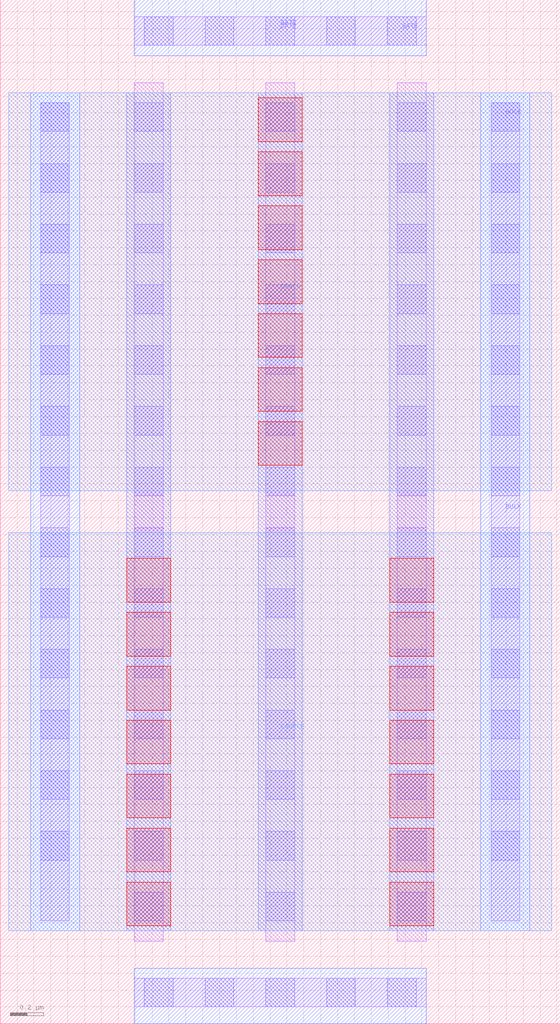
<source format=lef>
# Copyright 2020 The SkyWater PDK Authors
#
# Licensed under the Apache License, Version 2.0 (the "License");
# you may not use this file except in compliance with the License.
# You may obtain a copy of the License at
#
#     https://www.apache.org/licenses/LICENSE-2.0
#
# Unless required by applicable law or agreed to in writing, software
# distributed under the License is distributed on an "AS IS" BASIS,
# WITHOUT WARRANTIES OR CONDITIONS OF ANY KIND, either express or implied.
# See the License for the specific language governing permissions and
# limitations under the License.
#
# SPDX-License-Identifier: Apache-2.0

VERSION 5.7 ;
  NOWIREEXTENSIONATPIN ON ;
  DIVIDERCHAR "/" ;
  BUSBITCHARS "[]" ;
MACRO sky130_fd_pr__rf_pfet_01v8_lvt_aM02W5p00L0p50
  CLASS BLOCK ;
  FOREIGN sky130_fd_pr__rf_pfet_01v8_lvt_aM02W5p00L0p50 ;
  ORIGIN  0.000000  0.000000 ;
  SIZE  3.320000 BY  6.070000 ;
  PIN BULK
    ANTENNADIFFAREA  2.929000 ;
    PORT
      LAYER li1 ;
        RECT 0.240000 0.610000 0.410000 5.460000 ;
        RECT 2.910000 0.610000 3.080000 5.460000 ;
      LAYER mcon ;
        RECT 0.240000 0.970000 0.410000 1.140000 ;
        RECT 0.240000 1.330000 0.410000 1.500000 ;
        RECT 0.240000 1.690000 0.410000 1.860000 ;
        RECT 0.240000 2.050000 0.410000 2.220000 ;
        RECT 0.240000 2.410000 0.410000 2.580000 ;
        RECT 0.240000 2.770000 0.410000 2.940000 ;
        RECT 0.240000 3.130000 0.410000 3.300000 ;
        RECT 0.240000 3.490000 0.410000 3.660000 ;
        RECT 0.240000 3.850000 0.410000 4.020000 ;
        RECT 0.240000 4.210000 0.410000 4.380000 ;
        RECT 0.240000 4.570000 0.410000 4.740000 ;
        RECT 0.240000 4.930000 0.410000 5.100000 ;
        RECT 0.240000 5.290000 0.410000 5.460000 ;
        RECT 2.910000 0.970000 3.080000 1.140000 ;
        RECT 2.910000 1.330000 3.080000 1.500000 ;
        RECT 2.910000 1.690000 3.080000 1.860000 ;
        RECT 2.910000 2.050000 3.080000 2.220000 ;
        RECT 2.910000 2.410000 3.080000 2.580000 ;
        RECT 2.910000 2.770000 3.080000 2.940000 ;
        RECT 2.910000 3.130000 3.080000 3.300000 ;
        RECT 2.910000 3.490000 3.080000 3.660000 ;
        RECT 2.910000 3.850000 3.080000 4.020000 ;
        RECT 2.910000 4.210000 3.080000 4.380000 ;
        RECT 2.910000 4.570000 3.080000 4.740000 ;
        RECT 2.910000 4.930000 3.080000 5.100000 ;
        RECT 2.910000 5.290000 3.080000 5.460000 ;
    END
    PORT
      LAYER met1 ;
        RECT 0.180000 0.550000 0.470000 5.520000 ;
        RECT 2.850000 0.550000 3.140000 5.520000 ;
    END
  END BULK
  PIN DRAIN
    ANTENNADIFFAREA  1.414000 ;
    PORT
      LAYER met2 ;
        RECT 0.050000 3.160000 3.270000 5.520000 ;
    END
  END DRAIN
  PIN GATE
    ANTENNAGATEAREA  5.050000 ;
    PORT
      LAYER li1 ;
        RECT 0.795000 0.100000 2.525000 0.270000 ;
        RECT 0.795000 5.800000 2.525000 5.970000 ;
      LAYER mcon ;
        RECT 0.855000 0.100000 1.025000 0.270000 ;
        RECT 0.855000 5.800000 1.025000 5.970000 ;
        RECT 1.215000 0.100000 1.385000 0.270000 ;
        RECT 1.215000 5.800000 1.385000 5.970000 ;
        RECT 1.575000 0.100000 1.745000 0.270000 ;
        RECT 1.575000 5.800000 1.745000 5.970000 ;
        RECT 1.935000 0.100000 2.105000 0.270000 ;
        RECT 1.935000 5.800000 2.105000 5.970000 ;
        RECT 2.295000 0.100000 2.465000 0.270000 ;
        RECT 2.295000 5.800000 2.465000 5.970000 ;
    END
    PORT
      LAYER met1 ;
        RECT 0.795000 0.000000 2.525000 0.330000 ;
        RECT 0.795000 5.740000 2.525000 6.070000 ;
    END
  END GATE
  PIN SOURCE
    ANTENNADIFFAREA  2.828000 ;
    PORT
      LAYER met2 ;
        RECT 0.050000 0.550000 3.270000 2.910000 ;
    END
  END SOURCE
  OBS
    LAYER li1 ;
      RECT 0.795000 0.490000 0.965000 5.580000 ;
      RECT 1.575000 0.490000 1.745000 5.580000 ;
      RECT 2.355000 0.490000 2.525000 5.580000 ;
    LAYER mcon ;
      RECT 0.795000 0.610000 0.965000 0.780000 ;
      RECT 0.795000 0.970000 0.965000 1.140000 ;
      RECT 0.795000 1.330000 0.965000 1.500000 ;
      RECT 0.795000 1.690000 0.965000 1.860000 ;
      RECT 0.795000 2.050000 0.965000 2.220000 ;
      RECT 0.795000 2.410000 0.965000 2.580000 ;
      RECT 0.795000 2.770000 0.965000 2.940000 ;
      RECT 0.795000 3.130000 0.965000 3.300000 ;
      RECT 0.795000 3.490000 0.965000 3.660000 ;
      RECT 0.795000 3.850000 0.965000 4.020000 ;
      RECT 0.795000 4.210000 0.965000 4.380000 ;
      RECT 0.795000 4.570000 0.965000 4.740000 ;
      RECT 0.795000 4.930000 0.965000 5.100000 ;
      RECT 0.795000 5.290000 0.965000 5.460000 ;
      RECT 1.575000 0.610000 1.745000 0.780000 ;
      RECT 1.575000 0.970000 1.745000 1.140000 ;
      RECT 1.575000 1.330000 1.745000 1.500000 ;
      RECT 1.575000 1.690000 1.745000 1.860000 ;
      RECT 1.575000 2.050000 1.745000 2.220000 ;
      RECT 1.575000 2.410000 1.745000 2.580000 ;
      RECT 1.575000 2.770000 1.745000 2.940000 ;
      RECT 1.575000 3.130000 1.745000 3.300000 ;
      RECT 1.575000 3.490000 1.745000 3.660000 ;
      RECT 1.575000 3.850000 1.745000 4.020000 ;
      RECT 1.575000 4.210000 1.745000 4.380000 ;
      RECT 1.575000 4.570000 1.745000 4.740000 ;
      RECT 1.575000 4.930000 1.745000 5.100000 ;
      RECT 1.575000 5.290000 1.745000 5.460000 ;
      RECT 2.355000 0.610000 2.525000 0.780000 ;
      RECT 2.355000 0.970000 2.525000 1.140000 ;
      RECT 2.355000 1.330000 2.525000 1.500000 ;
      RECT 2.355000 1.690000 2.525000 1.860000 ;
      RECT 2.355000 2.050000 2.525000 2.220000 ;
      RECT 2.355000 2.410000 2.525000 2.580000 ;
      RECT 2.355000 2.770000 2.525000 2.940000 ;
      RECT 2.355000 3.130000 2.525000 3.300000 ;
      RECT 2.355000 3.490000 2.525000 3.660000 ;
      RECT 2.355000 3.850000 2.525000 4.020000 ;
      RECT 2.355000 4.210000 2.525000 4.380000 ;
      RECT 2.355000 4.570000 2.525000 4.740000 ;
      RECT 2.355000 4.930000 2.525000 5.100000 ;
      RECT 2.355000 5.290000 2.525000 5.460000 ;
    LAYER met1 ;
      RECT 0.750000 0.550000 1.010000 5.520000 ;
      RECT 1.530000 0.550000 1.790000 5.520000 ;
      RECT 2.310000 0.550000 2.570000 5.520000 ;
    LAYER via ;
      RECT 0.750000 0.580000 1.010000 0.840000 ;
      RECT 0.750000 0.900000 1.010000 1.160000 ;
      RECT 0.750000 1.220000 1.010000 1.480000 ;
      RECT 0.750000 1.540000 1.010000 1.800000 ;
      RECT 0.750000 1.860000 1.010000 2.120000 ;
      RECT 0.750000 2.180000 1.010000 2.440000 ;
      RECT 0.750000 2.500000 1.010000 2.760000 ;
      RECT 1.530000 3.310000 1.790000 3.570000 ;
      RECT 1.530000 3.630000 1.790000 3.890000 ;
      RECT 1.530000 3.950000 1.790000 4.210000 ;
      RECT 1.530000 4.270000 1.790000 4.530000 ;
      RECT 1.530000 4.590000 1.790000 4.850000 ;
      RECT 1.530000 4.910000 1.790000 5.170000 ;
      RECT 1.530000 5.230000 1.790000 5.490000 ;
      RECT 2.310000 0.580000 2.570000 0.840000 ;
      RECT 2.310000 0.900000 2.570000 1.160000 ;
      RECT 2.310000 1.220000 2.570000 1.480000 ;
      RECT 2.310000 1.540000 2.570000 1.800000 ;
      RECT 2.310000 1.860000 2.570000 2.120000 ;
      RECT 2.310000 2.180000 2.570000 2.440000 ;
      RECT 2.310000 2.500000 2.570000 2.760000 ;
  END
END sky130_fd_pr__rf_pfet_01v8_lvt_aM02W5p00L0p50
END LIBRARY

</source>
